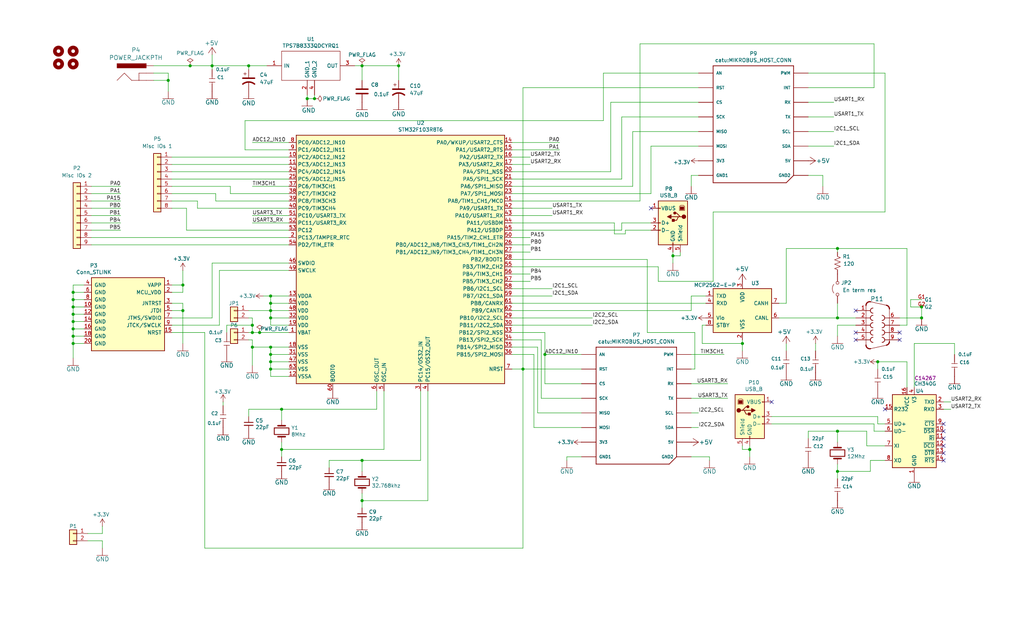
<source format=kicad_sch>
(kicad_sch (version 20231120) (generator "eeschema") (generator_version "8.0")
  (paper "USLegal")
  (title_block (title "STM32 Board") (date "2025-01-17") (rev "2") (company "Catudal Software"))
  (junction (at 58.42 27.94))
  (junction (at 63.5 107.95))
  (junction (at 97.79 142.24))
  (junction (at 106.68 34.29))
  (junction (at 93.98 105.41))
  (junction (at 93.98 102.87))
  (junction (at 290.83 110.49))
  (junction (at 25.4 119.38))
  (junction (at 125.73 22.86))
  (junction (at 86.36 22.86))
  (junction (at 189.23 123.19))
  (junction (at 290.83 86.36))
  (junction (at 87.63 113.03))
  (junction (at 90.17 115.57))
  (junction (at 25.4 106.68))
  (junction (at 93.98 110.49))
  (junction (at 257.81 119.38))
  (junction (at 233.68 88.9))
  (junction (at 290.83 149.86))
  (junction (at 125.73 173.99))
  (junction (at 63.5 99.06))
  (junction (at 66.04 22.86))
  (junction (at 109.22 34.29))
  (junction (at 73.66 22.86))
  (junction (at 138.43 22.86))
  (junction (at 25.4 114.3))
  (junction (at 93.98 107.95))
  (junction (at 125.73 160.02))
  (junction (at 304.8 125.73))
  (junction (at 181.61 128.27))
  (junction (at 260.35 156.21))
  (junction (at 87.63 120.65))
  (junction (at 25.4 111.76))
  (junction (at 97.79 156.21))
  (junction (at 93.98 125.73))
  (junction (at 320.04 106.68))
  (junction (at 93.98 120.65))
  (junction (at 320.04 110.49))
  (junction (at 25.4 104.14))
  (junction (at 93.98 128.27))
  (junction (at 87.63 115.57))
  (junction (at 290.83 163.83))
  (junction (at 25.4 101.6))
  (junction (at 25.4 109.22))
  (junction (at 25.4 116.84))
  (junction (at 93.98 123.19))
  (no_connect (at 312.42 115.57))
  (no_connect (at 327.66 147.32))
  (no_connect (at 297.18 118.11))
  (no_connect (at 226.06 72.39))
  (no_connect (at 297.18 115.57))
  (no_connect (at 297.18 107.95))
  (no_connect (at 327.66 154.94))
  (no_connect (at 327.66 149.86))
  (no_connect (at 327.66 160.02))
  (no_connect (at 307.34 142.24))
  (no_connect (at 267.97 139.7))
  (no_connect (at 327.66 152.4))
  (no_connect (at 312.42 118.11))
  (no_connect (at 327.66 157.48))
  (wire (pts (xy 247.65 97.79) (xy 247.65 73.66)))
  (wire (pts (xy 181.61 128.27) (xy 181.61 30.48)))
  (wire (pts (xy 100.33 125.73) (xy 93.98 125.73)))
  (wire (pts (xy 30.48 187.96) (xy 35.56 187.96)))
  (wire (pts (xy 260.35 156.21) (xy 260.35 158.75)))
  (wire (pts (xy 73.66 22.86) (xy 86.36 22.86)))
  (wire (pts (xy 187.96 138.43) (xy 201.93 138.43)))
  (wire (pts (xy 290.83 86.36) (xy 290.83 87.63)))
  (wire (pts (xy 63.5 105.41) (xy 63.5 107.95)))
  (wire (pts (xy 222.25 69.85) (xy 222.25 15.24)))
  (wire (pts (xy 280.67 60.96) (xy 285.75 60.96)))
  (wire (pts (xy 243.84 119.38) (xy 257.81 119.38)))
  (wire (pts (xy 290.83 163.83) (xy 302.26 163.83)))
  (wire (pts (xy 80.01 64.77) (xy 59.69 64.77)))
  (wire (pts (xy 317.5 119.38) (xy 331.47 119.38)))
  (wire (pts (xy 114.3 162.56) (xy 114.3 160.02)))
  (wire (pts (xy 87.63 118.11) (xy 87.63 120.65)))
  (wire (pts (xy 184.15 57.15) (xy 177.8 57.15)))
  (wire (pts (xy 260.35 154.94) (xy 260.35 156.21)))
  (wire (pts (xy 25.4 101.6) (xy 25.4 104.14)))
  (wire (pts (xy 217.17 81.28) (xy 217.17 80.01)))
  (wire (pts (xy 74.93 69.85) (xy 74.93 67.31)))
  (wire (pts (xy 177.8 90.17) (xy 224.79 90.17)))
  (wire (pts (xy 87.63 120.65) (xy 87.63 127)))
  (wire (pts (xy 314.96 125.73) (xy 314.96 134.62)))
  (wire (pts (xy 304.8 125.73) (xy 304.8 128.27)))
  (wire (pts (xy 240.03 128.27) (xy 241.3 128.27)))
  (wire (pts (xy 300.99 154.94) (xy 307.34 154.94)))
  (wire (pts (xy 240.03 60.96) (xy 240.03 64.77)))
  (wire (pts (xy 280.67 35.56) (xy 289.56 35.56)))
  (wire (pts (xy 242.57 60.96) (xy 240.03 60.96)))
  (wire (pts (xy 177.8 113.03) (xy 205.74 113.03)))
  (wire (pts (xy 312.42 113.03) (xy 314.96 113.03)))
  (wire (pts (xy 125.73 27.94) (xy 125.73 22.86)))
  (wire (pts (xy 283.21 119.38) (xy 283.21 121.92)))
  (wire (pts (xy 25.4 99.06) (xy 29.21 99.06)))
  (wire (pts (xy 270.51 110.49) (xy 290.83 110.49)))
  (wire (pts (xy 59.69 57.15) (xy 100.33 57.15)))
  (wire (pts (xy 177.8 102.87) (xy 191.77 102.87)))
  (wire (pts (xy 303.53 30.48) (xy 280.67 30.48)))
  (wire (pts (xy 76.2 113.03) (xy 76.2 93.98)))
  (wire (pts (xy 35.56 187.96) (xy 35.56 190.5)))
  (wire (pts (xy 86.36 144.78) (xy 86.36 142.24)))
  (wire (pts (xy 303.53 147.32) (xy 303.53 149.86)))
  (wire (pts (xy 59.69 113.03) (xy 76.2 113.03)))
  (wire (pts (xy 303.53 15.24) (xy 303.53 30.48)))
  (wire (pts (xy 177.8 128.27) (xy 181.61 128.27)))
  (wire (pts (xy 100.33 105.41) (xy 93.98 105.41)))
  (wire (pts (xy 109.22 34.29) (xy 109.22 33.02)))
  (wire (pts (xy 314.96 86.36) (xy 290.83 86.36)))
  (wire (pts (xy 212.09 35.56) (xy 242.57 35.56)))
  (wire (pts (xy 314.96 113.03) (xy 314.96 86.36)))
  (wire (pts (xy 290.83 86.36) (xy 273.05 86.36)))
  (wire (pts (xy 64.77 80.01) (xy 100.33 80.01)))
  (wire (pts (xy 267.97 144.78) (xy 304.8 144.78)))
  (wire (pts (xy 181.61 190.5) (xy 181.61 128.27)))
  (wire (pts (xy 73.66 91.44) (xy 100.33 91.44)))
  (wire (pts (xy 125.73 173.99) (xy 148.59 173.99)))
  (wire (pts (xy 177.8 49.53) (xy 194.31 49.53)))
  (wire (pts (xy 86.36 110.49) (xy 87.63 110.49)))
  (wire (pts (xy 273.05 86.36) (xy 273.05 105.41)))
  (wire (pts (xy 177.8 67.31) (xy 226.06 67.31)))
  (wire (pts (xy 53.34 27.94) (xy 58.42 27.94)))
  (wire (pts (xy 304.8 125.73) (xy 314.96 125.73)))
  (wire (pts (xy 233.68 87.63) (xy 233.68 88.9)))
  (wire (pts (xy 290.83 149.86) (xy 290.83 153.67)))
  (wire (pts (xy 86.36 22.86) (xy 92.71 22.86)))
  (wire (pts (xy 177.8 74.93) (xy 191.77 74.93)))
  (wire (pts (xy 93.98 110.49) (xy 93.98 113.03)))
  (wire (pts (xy 285.75 60.96) (xy 285.75 64.77)))
  (wire (pts (xy 125.73 176.53) (xy 125.73 173.99)))
  (wire (pts (xy 93.98 130.81) (xy 93.98 128.27)))
  (wire (pts (xy 29.21 116.84) (xy 25.4 116.84)))
  (wire (pts (xy 189.23 115.57) (xy 189.23 123.19)))
  (wire (pts (xy 93.98 123.19) (xy 93.98 120.65)))
  (wire (pts (xy 29.21 111.76) (xy 25.4 111.76)))
  (wire (pts (xy 93.98 105.41) (xy 93.98 102.87)))
  (wire (pts (xy 240.03 138.43) (xy 252.73 138.43)))
  (wire (pts (xy 257.81 119.38) (xy 257.81 121.92)))
  (wire (pts (xy 97.79 158.75) (xy 97.79 156.21)))
  (wire (pts (xy 63.5 107.95) (xy 59.69 107.95)))
  (wire (pts (xy 58.42 27.94) (xy 58.42 31.75)))
  (wire (pts (xy 196.85 158.75) (xy 196.85 160.02)))
  (wire (pts (xy 63.5 107.95) (xy 63.5 119.38)))
  (wire (pts (xy 273.05 105.41) (xy 270.51 105.41)))
  (wire (pts (xy 243.84 113.03) (xy 243.84 119.38)))
  (wire (pts (xy 181.61 128.27) (xy 201.93 128.27)))
  (wire (pts (xy 215.9 62.23) (xy 215.9 40.64)))
  (wire (pts (xy 25.4 109.22) (xy 25.4 111.76)))
  (wire (pts (xy 59.69 62.23) (xy 100.33 62.23)))
  (wire (pts (xy 304.8 147.32) (xy 307.34 147.32)))
  (wire (pts (xy 280.67 50.8) (xy 289.56 50.8)))
  (wire (pts (xy 177.8 52.07) (xy 194.31 52.07)))
  (wire (pts (xy 209.55 25.4) (xy 242.57 25.4)))
  (wire (pts (xy 41.91 80.01) (xy 31.75 80.01)))
  (wire (pts (xy 185.42 148.59) (xy 201.93 148.59)))
  (wire (pts (xy 93.98 125.73) (xy 93.98 128.27)))
  (wire (pts (xy 184.15 95.25) (xy 177.8 95.25)))
  (wire (pts (xy 327.66 139.7) (xy 330.2 139.7)))
  (wire (pts (xy 53.34 25.4) (xy 58.42 25.4)))
  (wire (pts (xy 114.3 160.02) (xy 125.73 160.02)))
  (wire (pts (xy 280.67 45.72) (xy 289.56 45.72)))
  (wire (pts (xy 201.93 123.19) (xy 189.23 123.19)))
  (wire (pts (xy 87.63 113.03) (xy 87.63 115.57)))
  (wire (pts (xy 100.33 49.53) (xy 87.63 49.53)))
  (wire (pts (xy 74.93 69.85) (xy 100.33 69.85)))
  (wire (pts (xy 41.91 64.77) (xy 31.75 64.77)))
  (wire (pts (xy 236.22 88.9) (xy 233.68 88.9)))
  (wire (pts (xy 280.67 40.64) (xy 289.56 40.64)))
  (wire (pts (xy 100.33 54.61) (xy 59.69 54.61)))
  (wire (pts (xy 317.5 119.38) (xy 317.5 134.62)))
  (wire (pts (xy 215.9 77.47) (xy 226.06 77.47)))
  (wire (pts (xy 31.75 82.55) (xy 100.33 82.55)))
  (wire (pts (xy 30.48 185.42) (xy 35.56 185.42)))
  (wire (pts (xy 320.04 106.68) (xy 320.04 110.49)))
  (wire (pts (xy 177.8 100.33) (xy 191.77 100.33)))
  (wire (pts (xy 100.33 110.49) (xy 93.98 110.49)))
  (wire (pts (xy 312.42 110.49) (xy 320.04 110.49)))
  (wire (pts (xy 290.83 113.03) (xy 297.18 113.03)))
  (wire (pts (xy 78.74 115.57) (xy 78.74 113.03)))
  (wire (pts (xy 233.68 88.9) (xy 233.68 91.44)))
  (wire (pts (xy 97.79 153.67) (xy 97.79 156.21)))
  (wire (pts (xy 100.33 102.87) (xy 93.98 102.87)))
  (wire (pts (xy 290.83 149.86) (xy 300.99 149.86)))
  (wire (pts (xy 63.5 99.06) (xy 63.5 101.6)))
  (wire (pts (xy 86.36 142.24) (xy 97.79 142.24)))
  (wire (pts (xy 78.74 113.03) (xy 87.63 113.03)))
  (wire (pts (xy 303.53 149.86) (xy 307.34 149.86)))
  (wire (pts (xy 331.47 123.19) (xy 331.47 119.38)))
  (wire (pts (xy 64.77 72.39) (xy 59.69 72.39)))
  (wire (pts (xy 125.73 171.45) (xy 125.73 173.99)))
  (wire (pts (xy 240.03 158.75) (xy 246.38 158.75)))
  (wire (pts (xy 226.06 50.8) (xy 242.57 50.8)))
  (wire (pts (xy 93.98 113.03) (xy 100.33 113.03)))
  (wire (pts (xy 125.73 160.02) (xy 125.73 163.83)))
  (wire (pts (xy 177.8 105.41) (xy 245.11 105.41)))
  (wire (pts (xy 59.69 99.06) (xy 63.5 99.06)))
  (wire (pts (xy 86.36 118.11) (xy 87.63 118.11)))
  (wire (pts (xy 91.44 102.87) (xy 93.98 102.87)))
  (wire (pts (xy 41.91 67.31) (xy 31.75 67.31)))
  (wire (pts (xy 177.8 72.39) (xy 191.77 72.39)))
  (wire (pts (xy 215.9 40.64) (xy 242.57 40.64)))
  (wire (pts (xy 236.22 87.63) (xy 236.22 88.9)))
  (wire (pts (xy 59.69 59.69) (xy 100.33 59.69)))
  (wire (pts (xy 64.77 80.01) (xy 64.77 72.39)))
  (wire (pts (xy 290.83 166.37) (xy 290.83 163.83)))
  (wire (pts (xy 100.33 74.93) (xy 87.63 74.93)))
  (wire (pts (xy 100.33 107.95) (xy 93.98 107.95)))
  (wire (pts (xy 280.67 149.86) (xy 290.83 149.86)))
  (wire (pts (xy 215.9 80.01) (xy 215.9 77.47)))
  (wire (pts (xy 25.4 116.84) (xy 25.4 119.38)))
  (wire (pts (xy 240.03 143.51) (xy 242.57 143.51)))
  (wire (pts (xy 86.36 115.57) (xy 87.63 115.57)))
  (wire (pts (xy 316.23 106.68) (xy 320.04 106.68)))
  (wire (pts (xy 58.42 25.4) (xy 58.42 27.94)))
  (wire (pts (xy 100.33 85.09) (xy 31.75 85.09)))
  (wire (pts (xy 240.03 148.59) (xy 242.57 148.59)))
  (wire (pts (xy 73.66 19.05) (xy 73.66 22.86)))
  (wire (pts (xy 106.68 34.29) (xy 109.22 34.29)))
  (wire (pts (xy 59.69 115.57) (xy 71.12 115.57)))
  (wire (pts (xy 73.66 110.49) (xy 73.66 91.44)))
  (wire (pts (xy 177.8 62.23) (xy 215.9 62.23)))
  (wire (pts (xy 100.33 52.07) (xy 85.09 52.07)))
  (wire (pts (xy 257.81 154.94) (xy 257.81 156.21)))
  (wire (pts (xy 189.23 123.19) (xy 189.23 133.35)))
  (wire (pts (xy 186.69 120.65) (xy 186.69 143.51)))
  (wire (pts (xy 177.8 123.19) (xy 185.42 123.19)))
  (wire (pts (xy 247.65 73.66) (xy 307.34 73.66)))
  (wire (pts (xy 177.8 64.77) (xy 219.71 64.77)))
  (wire (pts (xy 100.33 67.31) (xy 80.01 67.31)))
  (wire (pts (xy 290.83 113.03) (xy 290.83 116.84)))
  (wire (pts (xy 320.04 104.14) (xy 316.23 104.14)))
  (wire (pts (xy 87.63 110.49) (xy 87.63 113.03)))
  (wire (pts (xy 53.34 22.86) (xy 66.04 22.86)))
  (wire (pts (xy 222.25 15.24) (xy 303.53 15.24)))
  (wire (pts (xy 35.56 185.42) (xy 35.56 182.88)))
  (wire (pts (xy 240.03 107.95) (xy 240.03 102.87)))
  (wire (pts (xy 177.8 118.11) (xy 187.96 118.11)))
  (wire (pts (xy 85.09 52.07) (xy 85.09 41.91)))
  (wire (pts (xy 177.8 92.71) (xy 228.6 92.71)))
  (wire (pts (xy 29.21 101.6) (xy 25.4 101.6)))
  (wire (pts (xy 90.17 115.57) (xy 100.33 115.57)))
  (wire (pts (xy 41.91 77.47) (xy 31.75 77.47)))
  (wire (pts (xy 41.91 69.85) (xy 31.75 69.85)))
  (wire (pts (xy 226.06 67.31) (xy 226.06 50.8)))
  (wire (pts (xy 177.8 59.69) (xy 212.09 59.69)))
  (wire (pts (xy 228.6 92.71) (xy 228.6 97.79)))
  (wire (pts (xy 25.4 111.76) (xy 25.4 114.3)))
  (wire (pts (xy 93.98 105.41) (xy 93.98 107.95)))
  (wire (pts (xy 71.12 190.5) (xy 181.61 190.5)))
  (wire (pts (xy 63.5 101.6) (xy 59.69 101.6)))
  (wire (pts (xy 41.91 74.93) (xy 31.75 74.93)))
  (wire (pts (xy 228.6 97.79) (xy 247.65 97.79)))
  (wire (pts (xy 59.69 105.41) (xy 63.5 105.41)))
  (wire (pts (xy 59.69 110.49) (xy 73.66 110.49)))
  (wire (pts (xy 185.42 123.19) (xy 185.42 148.59)))
  (wire (pts (xy 181.61 30.48) (xy 242.57 30.48)))
  (wire (pts (xy 177.8 80.01) (xy 215.9 80.01)))
  (wire (pts (xy 97.79 142.24) (xy 130.81 142.24)))
  (wire (pts (xy 219.71 64.77) (xy 219.71 45.72)))
  (wire (pts (xy 184.15 87.63) (xy 177.8 87.63)))
  (wire (pts (xy 300.99 149.86) (xy 300.99 154.94)))
  (wire (pts (xy 201.93 158.75) (xy 196.85 158.75)))
  (wire (pts (xy 280.67 152.4) (xy 280.67 149.86)))
  (wire (pts (xy 68.58 72.39) (xy 68.58 69.85)))
  (wire (pts (xy 186.69 143.51) (xy 201.93 143.51)))
  (wire (pts (xy 93.98 120.65) (xy 87.63 120.65)))
  (wire (pts (xy 307.34 25.4) (xy 280.67 25.4)))
  (wire (pts (xy 63.5 99.06) (xy 63.5 93.98)))
  (wire (pts (xy 184.15 54.61) (xy 177.8 54.61)))
  (wire (pts (xy 29.21 119.38) (xy 25.4 119.38)))
  (wire (pts (xy 25.4 99.06) (xy 25.4 101.6)))
  (wire (pts (xy 93.98 107.95) (xy 93.98 110.49)))
  (wire (pts (xy 217.17 80.01) (xy 226.06 80.01)))
  (wire (pts (xy 246.38 158.75) (xy 246.38 160.02)))
  (wire (pts (xy 177.8 69.85) (xy 222.25 69.85)))
  (wire (pts (xy 86.36 107.95) (xy 93.98 107.95)))
  (wire (pts (xy 267.97 147.32) (xy 303.53 147.32)))
  (wire (pts (xy 97.79 142.24) (xy 97.79 146.05)))
  (wire (pts (xy 125.73 22.86) (xy 138.43 22.86)))
  (wire (pts (xy 123.19 22.86) (xy 125.73 22.86)))
  (wire (pts (xy 219.71 45.72) (xy 242.57 45.72)))
  (wire (pts (xy 100.33 128.27) (xy 93.98 128.27)))
  (wire (pts (xy 97.79 156.21) (xy 133.35 156.21)))
  (wire (pts (xy 177.8 77.47) (xy 213.36 77.47)))
  (wire (pts (xy 240.03 133.35) (xy 252.73 133.35)))
  (wire (pts (xy 304.8 144.78) (xy 304.8 147.32)))
  (wire (pts (xy 209.55 41.91) (xy 209.55 25.4)))
  (wire (pts (xy 25.4 114.3) (xy 25.4 116.84)))
  (wire (pts (xy 76.2 93.98) (xy 100.33 93.98)))
  (wire (pts (xy 189.23 133.35) (xy 201.93 133.35)))
  (wire (pts (xy 71.12 115.57) (xy 71.12 190.5)))
  (wire (pts (xy 177.8 82.55) (xy 184.15 82.55)))
  (wire (pts (xy 240.03 102.87) (xy 245.11 102.87)))
  (wire (pts (xy 100.33 130.81) (xy 93.98 130.81)))
  (wire (pts (xy 130.81 142.24) (xy 130.81 135.89)))
  (wire (pts (xy 177.8 115.57) (xy 189.23 115.57)))
  (wire (pts (xy 80.01 67.31) (xy 80.01 64.77)))
  (wire (pts (xy 307.34 73.66) (xy 307.34 25.4)))
  (wire (pts (xy 100.33 123.19) (xy 93.98 123.19)))
  (wire (pts (xy 184.15 85.09) (xy 177.8 85.09)))
  (wire (pts (xy 241.3 128.27) (xy 241.3 115.57)))
  (wire (pts (xy 290.83 161.29) (xy 290.83 163.83)))
  (wire (pts (xy 133.35 156.21) (xy 133.35 135.89)))
  (wire (pts (xy 297.18 110.49) (xy 290.83 110.49)))
  (wire (pts (xy 257.81 156.21) (xy 260.35 156.21)))
  (wire (pts (xy 25.4 106.68) (xy 25.4 109.22)))
  (wire (pts (xy 213.36 81.28) (xy 217.17 81.28)))
  (wire (pts (xy 106.68 33.02) (xy 106.68 34.29)))
  (wire (pts (xy 187.96 118.11) (xy 187.96 138.43)))
  (wire (pts (xy 177.8 107.95) (xy 240.03 107.95)))
  (wire (pts (xy 302.26 160.02) (xy 307.34 160.02)))
  (wire (pts (xy 327.66 142.24) (xy 330.2 142.24)))
  (wire (pts (xy 148.59 173.99) (xy 148.59 135.89)))
  (wire (pts (xy 73.66 22.86) (xy 73.66 24.13)))
  (wire (pts (xy 77.47 140.97) (xy 77.47 139.7)))
  (wire (pts (xy 213.36 77.47) (xy 213.36 81.28)))
  (wire (pts (xy 177.8 110.49) (xy 205.74 110.49)))
  (wire (pts (xy 29.21 109.22) (xy 25.4 109.22)))
  (wire (pts (xy 240.03 123.19) (xy 251.46 123.19)))
  (wire (pts (xy 125.73 160.02) (xy 146.05 160.02)))
  (wire (pts (xy 316.23 104.14) (xy 316.23 106.68)))
  (wire (pts (xy 68.58 72.39) (xy 100.33 72.39)))
  (wire (pts (xy 184.15 97.79) (xy 177.8 97.79)))
  (wire (pts (xy 100.33 64.77) (xy 87.63 64.77)))
  (wire (pts (xy 290.83 105.41) (xy 290.83 110.49)))
  (wire (pts (xy 257.81 118.11) (xy 257.81 119.38)))
  (wire (pts (xy 29.21 104.14) (xy 25.4 104.14)))
  (wire (pts (xy 68.58 69.85) (xy 59.69 69.85)))
  (wire (pts (xy 87.63 115.57) (xy 90.17 115.57)))
  (wire (pts (xy 74.93 67.31) (xy 59.69 67.31)))
  (wire (pts (xy 93.98 120.65) (xy 100.33 120.65)))
  (wire (pts (xy 93.98 123.19) (xy 93.98 125.73)))
  (wire (pts (xy 177.8 120.65) (xy 186.69 120.65)))
  (wire (pts (xy 100.33 77.47) (xy 87.63 77.47)))
  (wire (pts (xy 273.05 119.38) (xy 273.05 121.92)))
  (wire (pts (xy 29.21 114.3) (xy 25.4 114.3)))
  (wire (pts (xy 66.04 22.86) (xy 73.66 22.86)))
  (wire (pts (xy 224.79 115.57) (xy 224.79 90.17)))
  (wire (pts (xy 41.91 72.39) (xy 31.75 72.39)))
  (wire (pts (xy 241.3 115.57) (xy 224.79 115.57)))
  (wire (pts (xy 146.05 160.02) (xy 146.05 135.89)))
  (wire (pts (xy 302.26 163.83) (xy 302.26 160.02)))
  (wire (pts (xy 245.11 113.03) (xy 243.84 113.03)))
  (wire (pts (xy 25.4 119.38) (xy 25.4 124.46)))
  (wire (pts (xy 25.4 104.14) (xy 25.4 106.68)))
  (wire (pts (xy 86.36 22.86) (xy 86.36 24.13)))
  (wire (pts (xy 29.21 106.68) (xy 25.4 106.68)))
  (wire (pts (xy 138.43 27.94) (xy 138.43 22.86)))
  (wire (pts (xy 85.09 41.91) (xy 209.55 41.91)))
  (wire (pts (xy 212.09 59.69) (xy 212.09 35.56)))
  (label "PA0" (at 41.91 64.77 180))
  (label "TIM3CH1" (at 251.46 123.19 180))
  (label "USART3_TX" (at 87.63 74.93 0))
  (label "USART1_RX" (at 191.77 74.93 0))
  (label "USART1_RX" (at 289.56 35.56 0))
  (label "ADC12_IN10" (at 189.23 123.19 0))
  (label "I2C2_SDA" (at 205.74 113.03 0))
  (label "PA0" (at 194.31 49.53 180))
  (label "USART1_TX" (at 191.77 72.39 0))
  (label "PA1" (at 194.31 52.07 180))
  (label "USART3_RX" (at 252.73 133.35 180))
  (label "I2C2_SCL" (at 205.74 110.49 0))
  (label "PB1" (at 184.15 87.63 0))
  (label "I2C1_SCL" (at 191.77 100.33 0))
  (label "USART1_TX" (at 289.56 40.64 0))
  (label "PB4" (at 41.91 77.47 180))
  (label "PB4" (at 184.15 95.25 0))
  (label "PB5" (at 184.15 97.79 0))
  (label "USART2_TX" (at 330.2 142.24 0))
  (label "ADC12_IN10" (at 87.63 49.53 0))
  (label "PA15" (at 184.15 82.55 0))
  (label "USART2_TX" (at 184.15 54.61 0))
  (label "I2C1_SCL" (at 289.56 45.72 0))
  (label "PB1" (at 41.91 74.93 180))
  (label "USART2_RX" (at 184.15 57.15 0))
  (label "I2C1_SDA" (at 191.77 102.87 0))
  (label "PB0" (at 41.91 72.39 180))
  (label "USART2_RX" (at 330.2 139.7 0))
  (label "PA15" (at 41.91 69.85 180))
  (label "USART3_RX" (at 87.63 77.47 0))
  (label "I2C2_SDA" (at 242.57 148.59 0))
  (label "PB5" (at 41.91 80.01 180))
  (label "I2C1_SDA" (at 289.56 50.8 0))
  (label "PB0" (at 184.15 85.09 0))
  (label "I2C2_SCL" (at 242.57 143.51 0))
  (label "TIM3CH1" (at 87.63 64.77 0))
  (label "PA1" (at 41.91 67.31 180))
  (label "USART3_TX" (at 252.73 138.43 180))
  (symbol (lib_id "Interface_USB:CH340G") (at 317.5 149.86 0) (unit 1)
    (property "Reference" "U4" (at 319.405 135.89 0))
    (property "Value" "CH340G" (at 321.31 133.35 0))
    (property "Footprint" "Package_SO:SOIC-16_3.9x9.9mm_P1.27mm" (effects (hide yes)))
    (property "Datasheet" "http://www.datasheet5.com/pdf-local-2195953" (effects (hide yes)))
    (property "Description" "USB serial converter, UART, SOIC-16" (effects (hide yes)))
    (property "LCSC" "C14267" (at 321.31 131.445 0))
  )
  (symbol (lib_id "Device:Crystal") (at 290.83 157.48 90) (unit 1)
    (property "Reference" "Y3" (at 294.1574 156.3116 90) (effects (justify right)))
    (property "Value" "12Mhz" (at 294.1574 158.623 90) (effects (justify right)))
    (property "Footprint" "Crystal:Crystal_HC49-4H_Vertical" (effects (hide yes)))
    (property "Description" "Two pin crystal" (effects (hide yes)))
  )
  (symbol (lib_id "OPL_Capacitor:CERAMIC-100NF-50V-10%-X7R_0603_") (at 280.67 156.21 270) (unit 1)
    (property "Reference" "C12" (at 282.3972 155.1432 90) (effects (font (size 1.143 1.143)) (justify left)))
    (property "Value" "22pF" (at 281.94 152.4 90) (effects (font (size 1.143 1.143)) (justify left)))
    (property "Footprint" "Capacitor_SMD:C_0805_2012Metric_Pad1.18x1.45mm_HandSolder" (effects (hide yes)))
    (property "MPN" "CC0603KRX7R9BB104" (effects (hide yes)))
    (property "SKU" "302010138" (effects (hide yes)))
    (property "LCSC" "C1562" (effects (hide yes)))
  )
  (symbol (lib_id "OPL_Capacitor:CERAMIC-100NF-50V-10%-X7R_0603_") (at 290.83 170.18 270) (unit 1)
    (property "Reference" "C14" (at 292.5572 169.1132 90) (effects (font (size 1.143 1.143)) (justify left)))
    (property "Value" "22pF" (at 292.1 166.37 90) (effects (font (size 1.143 1.143)) (justify left)))
    (property "Footprint" "Capacitor_SMD:C_0805_2012Metric_Pad1.18x1.45mm_HandSolder" (effects (hide yes)))
    (property "MPN" "CC0603KRX7R9BB104" (effects (hide yes)))
    (property "SKU" "302010138" (effects (hide yes)))
    (property "LCSC" "C1562" (effects (hide yes)))
  )
  (symbol (lib_id "OPL_Capacitor:CERAMIC-100NF-50V-10%-X7R_0603_") (at 304.8 132.08 270) (unit 1)
    (property "Reference" "C15" (at 306.5272 131.0132 90) (effects (font (size 1.143 1.143)) (justify left)))
    (property "Value" "0.1uF" (at 306.07 128.27 90) (effects (font (size 1.143 1.143)) (justify left)))
    (property "Footprint" "Capacitor_SMD:C_0805_2012Metric_Pad1.18x1.45mm_HandSolder" (effects (hide yes)))
    (property "MPN" "CC0603KRX7R9BB104" (effects (hide yes)))
    (property "SKU" "302010138" (effects (hide yes)))
    (property "LCSC" "C14663" (effects (hide yes)))
  )
  (symbol (lib_id "Connector_Generic:Conn_01x02") (at 81.28 115.57 0) (mirror y) (unit 1)
    (property "Reference" "P6" (at 81.28 113.03 0))
    (property "Value" "Battery" (effects (hide yes)))
    (property "Footprint" "Connector_PinSocket_1.27mm:PinSocket_1x02_P1.27mm_Vertical_SMD_Pin1Left" (effects (hide yes)))
    (property "Description" "Generic connector, single row, 01x02, script generated (kicad-library-utils/schlib/autogen/connector/)" (effects (hide yes)))
  )
  (symbol (lib_id "catu:STM32F103R8T6") (at 139.7 90.17 0) (unit 1)
    (property "Reference" "U2" (at 146.05 42.7482 0))
    (property "Value" "STM32F103R8T6" (at 146.05 45.0596 0))
    (property "Footprint" "Package_QFP:LQFP-64_10x10mm_P0.5mm" (effects (hide yes)))
    (property "Datasheet" "http://www.st.com/st-web-ui/static/active/en/resource/technical/document/datasheet/CD00161566.pdf" (effects (hide yes)))
    (property "Description" "ARM Cortex-M3 MCU, 64KB flash, 20KB RAM, 72MHz, 2-3.6V, 51 GPIO, LQFP-64" (effects (hide yes)))
    (property "LCSC" "C46034" (effects (hide yes)))
  )
  (symbol (lib_id "catu:USB_B") (at 260.35 144.78 0) (unit 1)
    (property "Reference" "P10" (at 261.7978 132.9182 0))
    (property "Value" "USB_B" (at 261.7978 135.2296 0))
    (property "Footprint" "Connector_USB:USB_B_OST_USB-B1HSxx_Horizontal" (effects (hide yes)))
    (property "Description" "USB Type B connector" (effects (hide yes)))
  )
  (symbol (lib_id "catu:GND") (at 260.35 161.29 0) (unit 1)
    (property "Reference" "#GND0111" (effects (hide yes)))
    (property "Value" "GND" (at 260.35 162.56 0) (effects (font (size 1.4986 1.4986))))
  )
  (symbol (lib_id "catu:GND") (at 290.83 176.53 0) (unit 1)
    (property "Reference" "#GND0109" (effects (hide yes)))
    (property "Value" "GND" (at 290.83 177.8 0) (effects (font (size 1.4986 1.4986))))
  )
  (symbol (lib_id "catu:GND") (at 115.57 138.43 0) (mirror y) (unit 1)
    (property "Reference" "#GND0105" (effects (hide yes)))
    (property "Value" "GND" (at 115.57 139.7 0) (effects (font (size 1.4986 1.4986))))
  )
  (symbol (lib_id "jlcpcb-basic-mlcc-0603:20pF") (at 86.36 147.32 0) (unit 1)
    (property "Reference" "C5" (at 88.6968 146.1516 0) (effects (justify left)))
    (property "Value" "22pF" (at 88.6968 148.463 0) (effects (justify left)))
    (property "Footprint" "Capacitor_SMD:C_0805_2012Metric_Pad1.18x1.45mm_HandSolder" (effects (hide yes)))
    (property "Datasheet" "https://datasheet.lcsc.com/szlcsc/Samsung-Electro-Mechanics-CL10C200JB8NNNC_C1648.pdf" (effects (hide yes)))
    (property "Description" "20pF 50V 0603 RoHS" (effects (hide yes)))
    (property "LCSC" "C1648" (effects (hide yes)))
  )
  (symbol (lib_id "jlcpcb-basic-mlcc-0603:20pF") (at 97.79 161.29 0) (unit 1)
    (property "Reference" "C6" (at 100.1268 160.1216 0) (effects (justify left)))
    (property "Value" "22pF" (at 100.1268 162.433 0) (effects (justify left)))
    (property "Footprint" "Capacitor_SMD:C_0805_2012Metric_Pad1.18x1.45mm_HandSolder" (effects (hide yes)))
    (property "Datasheet" "https://datasheet.lcsc.com/szlcsc/Samsung-Electro-Mechanics-CL10C200JB8NNNC_C1648.pdf" (effects (hide yes)))
    (property "Description" "20pF 50V 0603 RoHS" (effects (hide yes)))
    (property "LCSC" "C1648" (effects (hide yes)))
  )
  (symbol (lib_id "jlcpcb-basic-mlcc-0603:20pF") (at 114.3 165.1 0) (unit 1)
    (property "Reference" "C7" (at 116.6368 163.9316 0) (effects (justify left)))
    (property "Value" "22pF" (at 116.6368 166.243 0) (effects (justify left)))
    (property "Footprint" "Capacitor_SMD:C_0805_2012Metric_Pad1.18x1.45mm_HandSolder" (effects (hide yes)))
    (property "Datasheet" "https://datasheet.lcsc.com/szlcsc/Samsung-Electro-Mechanics-CL10C200JB8NNNC_C1648.pdf" (effects (hide yes)))
    (property "Description" "20pF 50V 0603 RoHS" (effects (hide yes)))
    (property "LCSC" "C1648" (effects (hide yes)))
  )
  (symbol (lib_id "jlcpcb-basic-mlcc-0603:20pF") (at 125.73 179.07 0) (unit 1)
    (property "Reference" "C9" (at 128.0668 177.9016 0) (effects (justify left)))
    (property "Value" "22pF" (at 128.0668 180.213 0) (effects (justify left)))
    (property "Footprint" "Capacitor_SMD:C_0805_2012Metric_Pad1.18x1.45mm_HandSolder" (effects (hide yes)))
    (property "Datasheet" "https://datasheet.lcsc.com/szlcsc/Samsung-Electro-Mechanics-CL10C200JB8NNNC_C1648.pdf" (effects (hide yes)))
    (property "Description" "20pF 50V 0603 RoHS" (effects (hide yes)))
    (property "LCSC" "C1648" (effects (hide yes)))
  )
  (symbol (lib_id "Mechanical:MountingHole") (at 20.32 17.78 0) (unit 1)
    (property "Reference" "H1" (effects (hide yes)))
    (property "Value" "MountingHole" (effects (hide yes)))
    (property "Footprint" "MountingHole:MountingHole_2.7mm_M2.5_DIN965_Pad" (effects (hide yes)))
    (property "Description" "Mounting Hole without connection" (effects (hide yes)))
  )
  (symbol (lib_id "Mechanical:MountingHole") (at 25.4 17.78 0) (unit 1)
    (property "Reference" "H3" (effects (hide yes)))
    (property "Value" "MountingHole" (effects (hide yes)))
    (property "Footprint" "MountingHole:MountingHole_2.7mm_M2.5_DIN965_Pad" (effects (hide yes)))
    (property "Description" "Mounting Hole without connection" (effects (hide yes)))
  )
  (symbol (lib_id "Mechanical:MountingHole") (at 20.32 22.225 0) (unit 1)
    (property "Reference" "H2" (effects (hide yes)))
    (property "Value" "MountingHole" (effects (hide yes)))
    (property "Footprint" "MountingHole:MountingHole_2.7mm_M2.5_DIN965_Pad" (effects (hide yes)))
    (property "Description" "Mounting Hole without connection" (effects (hide yes)))
  )
  (symbol (lib_id "Mechanical:MountingHole") (at 25.4 22.225 0) (unit 1)
    (property "Reference" "H4" (effects (hide yes)))
    (property "Value" "MountingHole" (effects (hide yes)))
    (property "Footprint" "MountingHole:MountingHole_2.7mm_M2.5_DIN965_Pad" (effects (hide yes)))
    (property "Description" "Mounting Hole without connection" (effects (hide yes)))
  )
  (symbol (lib_id "Connector_Generic:Conn_01x02") (at 81.28 107.95 0) (mirror y) (unit 1)
    (property "Reference" "JP1" (at 81.28 105.41 0))
    (property "Value" "+3.3 V on battery" (effects (hide yes)))
    (property "Footprint" "Connector_PinHeader_2.54mm:PinHeader_1x02_P2.54mm_Vertical" (effects (hide yes)))
    (property "Description" "Generic connector, single row, 01x02, script generated (kicad-library-utils/schlib/autogen/connector/)" (effects (hide yes)))
  )
  (symbol (lib_id "Interface_CAN_LIN:MCP2562-E-P") (at 257.81 107.95 0) (unit 1)
    (property "Reference" "U3" (at 262.255 98.425 0))
    (property "Value" "MCP2562-E-P" (at 248.285 99.06 0))
    (property "Footprint" "Package_DIP:DIP-8_W7.62mm" (effects (hide yes)))
    (property "Datasheet" "http://ww1.microchip.com/downloads/en/DeviceDoc/25167A.pdf" (effects (hide yes)))
    (property "Description" "High-Speed CAN Transceiver, 1Mbps, 5V supply, Vio pin, -40C to +125C, DIP-8" (effects (hide yes)))
  )
  (symbol (lib_id "power:PWR_FLAG") (at 90.17 115.57 0) (unit 1)
    (property "Reference" "#FLG0103" (effects (hide yes)))
    (property "Value" "PWR_FLAG" (at 95.25 114.3 0))
    (property "Description" "Special symbol for telling ERC where power comes from" (effects (hide yes)))
  )
  (symbol (lib_id "catu:GND") (at 280.67 162.56 0) (unit 1)
    (property "Reference" "#GND0110" (effects (hide yes)))
    (property "Value" "GND" (at 280.67 163.83 0) (effects (font (size 1.4986 1.4986))))
  )
  (symbol (lib_id "catu:USB_B") (at 233.68 77.47 0) (mirror y) (unit 1)
    (property "Reference" "P8" (at 232.2322 65.6082 0))
    (property "Value" "USB_B" (at 232.2322 67.9196 0))
    (property "Footprint" "Connector_USB:USB_B_OST_USB-B1HSxx_Horizontal" (effects (hide yes)))
    (property "Description" "USB Type B connector" (effects (hide yes)))
  )
  (symbol (lib_id "catu:Conn_STLINK") (at 45.72 109.22 0) (mirror y) (unit 1)
    (property "Reference" "P3" (at 32.5628 92.2782 0))
    (property "Value" "Conn_STLINK" (at 32.5628 94.5896 0))
    (property "Footprint" "Connector_IDC:IDC-Header_2x10_P2.54mm_Vertical" (effects (hide yes)))
    (property "Datasheet" "http://infocenter.arm.com/help/topic/com.arm.doc.dui0499b/DUI0499B_system_design_reference.pdf" (effects (hide yes)))
    (property "Description" "Standard IDC20 Male Connector, legacy JTAG" (effects (hide yes)))
  )
  (symbol (lib_id "OPL_Capacitor:CERAMIC-100NF-50V-10%-X7R_0603_") (at 331.47 127 270) (unit 1)
    (property "Reference" "C16" (at 333.1972 125.9332 90) (effects (font (size 1.143 1.143)) (justify left)))
    (property "Value" "0.1uF" (at 332.74 123.19 90) (effects (font (size 1.143 1.143)) (justify left)))
    (property "Footprint" "Capacitor_SMD:C_0805_2012Metric_Pad1.18x1.45mm_HandSolder" (effects (hide yes)))
    (property "MPN" "CC0603KRX7R9BB104" (effects (hide yes)))
    (property "SKU" "302010138" (effects (hide yes)))
    (property "LCSC" "C14663" (effects (hide yes)))
  )
  (symbol (lib_id "catu:GND") (at 317.5 167.64 0) (unit 1)
    (property "Reference" "#GND0119" (effects (hide yes)))
    (property "Value" "GND" (at 317.5 168.91 0) (effects (font (size 1.4986 1.4986))))
  )
  (symbol (lib_id "catu:GND") (at 304.8 138.43 0) (unit 1)
    (property "Reference" "#GND0108" (effects (hide yes)))
    (property "Value" "GND" (at 304.8 139.7 0) (effects (font (size 1.4986 1.4986))))
  )
  (symbol (lib_id "catu:GND") (at 331.47 133.35 0) (unit 1)
    (property "Reference" "#GND0121" (effects (hide yes)))
    (property "Value" "GND" (at 331.47 134.62 0) (effects (font (size 1.4986 1.4986))))
  )
  (symbol (lib_id "catu:+5V") (at 257.81 95.25 0) (unit 1)
    (property "Reference" "#P+0103" (effects (hide yes)))
    (property "Value" "+5V" (at 257.556 93.472 0) (effects (font (size 1.4986 1.4986))))
  )
  (symbol (lib_id "catu:GND") (at 25.4 127 0) (unit 1)
    (property "Reference" "#GND0123" (effects (hide yes)))
    (property "Value" "GND" (at 25.4 128.27 0) (effects (font (size 1.4986 1.4986))))
  )
  (symbol (lib_id "catu:POWER_JACKPTH") (at 50.8 30.48 0) (unit 1)
    (property "Reference" "P4" (at 47.1932 17.3736 0) (effects (font (size 1.4986 1.4986))))
    (property "Value" "POWER_JACKPTH" (at 47.1932 20.0406 0) (effects (font (size 1.4986 1.4986))))
    (property "Footprint" "catu:POWER_JACK_PTH" (effects (hide yes)))
  )
  (symbol (lib_id "catu:+5V") (at 73.66 16.51 0) (unit 1)
    (property "Reference" "#P+0102" (effects (hide yes)))
    (property "Value" "+5V" (at 73.406 14.986 0) (effects (font (size 1.4986 1.4986))))
  )
  (symbol (lib_id "catu:GND") (at 58.42 34.29 0) (unit 1)
    (property "Reference" "#GND0133" (effects (hide yes)))
    (property "Value" "GND" (at 58.42 35.56 0) (effects (font (size 1.4986 1.4986))))
  )
  (symbol (lib_id "catu:GND") (at 73.66 34.29 0) (unit 1)
    (property "Reference" "#GND0129" (effects (hide yes)))
    (property "Value" "GND" (at 73.66 35.56 0) (effects (font (size 1.4986 1.4986))))
  )
  (symbol (lib_id "catu:GND") (at 257.81 124.46 0) (unit 1)
    (property "Reference" "#GND0113" (effects (hide yes)))
    (property "Value" "GND" (at 257.81 125.73 0) (effects (font (size 1.4986 1.4986))))
  )
  (symbol (lib_id "catu:GND") (at 63.5 121.92 0) (unit 1)
    (property "Reference" "#GND0122" (effects (hide yes)))
    (property "Value" "GND" (at 63.5 123.19 0) (effects (font (size 1.4986 1.4986))))
  )
  (symbol (lib_id "Device:Crystal") (at 97.79 149.86 90) (unit 1)
    (property "Reference" "Y1" (at 101.1174 148.6916 90) (effects (justify right)))
    (property "Value" "8Mhz" (at 101.1174 151.003 90) (effects (justify right)))
    (property "Footprint" "Crystal:Crystal_HC49-4H_Vertical" (effects (hide yes)))
    (property "Description" "Two pin crystal" (effects (hide yes)))
  )
  (symbol (lib_id "catu:GND") (at 97.79 166.37 0) (unit 1)
    (property "Reference" "#GND0131" (effects (hide yes)))
    (property "Value" "GND" (at 97.79 167.64 0) (effects (font (size 1.4986 1.4986))))
  )
  (symbol (lib_id "catu:GND") (at 86.36 152.4 0) (unit 1)
    (property "Reference" "#GND0132" (effects (hide yes)))
    (property "Value" "GND" (at 86.36 153.67 0) (effects (font (size 1.4986 1.4986))))
  )
  (symbol (lib_id "Device:Crystal") (at 125.73 167.64 90) (unit 1)
    (property "Reference" "Y2" (at 129.0574 166.4716 90) (effects (justify right)))
    (property "Value" "32.768khz" (at 129.0574 168.783 90) (effects (justify right)))
    (property "Footprint" "Crystal:Crystal_DS15_D1.5mm_L5.0mm_Horizontal" (effects (hide yes)))
    (property "Description" "Two pin crystal" (effects (hide yes)))
  )
  (symbol (lib_id "catu:GND") (at 125.73 184.15 0) (unit 1)
    (property "Reference" "#GND0103" (effects (hide yes)))
    (property "Value" "GND" (at 125.73 185.42 0) (effects (font (size 1.4986 1.4986))))
  )
  (symbol (lib_id "catu:GND") (at 114.3 170.18 0) (unit 1)
    (property "Reference" "#GND0101" (effects (hide yes)))
    (property "Value" "GND" (at 114.3 171.45 0) (effects (font (size 1.4986 1.4986))))
  )
  (symbol (lib_id "catu:GND") (at 233.68 93.98 0) (mirror y) (unit 1)
    (property "Reference" "#GND0116" (effects (hide yes)))
    (property "Value" "GND" (at 233.68 95.25 0) (effects (font (size 1.4986 1.4986))))
  )
  (symbol (lib_id "catu:MIKROBUS_HOST_CONN") (at 207.01 161.29 0) (unit 1)
    (property "Reference" "P7" (at 220.98 116.4082 0))
    (property "Value" "catu:MIKROBUS_HOST_CONN" (at 220.98 118.7196 0))
    (property "Footprint" "catu:MIKROBUS_HOST_CONN" (effects (hide yes)))
  )
  (symbol (lib_id "OPL_Capacitor:CERAMIC-100NF-50V-10%-X7R_0603_") (at 73.66 27.94 270) (unit 1)
    (property "Reference" "C1" (at 75.3872 26.8732 90) (effects (font (size 1.143 1.143)) (justify left)))
    (property "Value" "0.1uF" (at 74.93 24.13 90) (effects (font (size 1.143 1.143)) (justify left)))
    (property "Footprint" "Capacitor_SMD:C_0805_2012Metric_Pad1.18x1.45mm_HandSolder" (effects (hide yes)))
    (property "MPN" "CC0603KRX7R9BB104" (effects (hide yes)))
    (property "SKU" "302010138" (effects (hide yes)))
    (property "LCSC" "C14663" (effects (hide yes)))
  )
  (symbol (lib_id "catu:GND") (at 246.38 162.56 0) (unit 1)
    (property "Reference" "#GND0102" (effects (hide yes)))
    (property "Value" "GND" (at 246.38 163.83 0) (effects (font (size 1.4986 1.4986))))
  )
  (symbol (lib_id "catu:+5V") (at 242.57 153.67 270) (unit 1)
    (property "Reference" "#P+0105" (effects (hide yes)))
    (property "Value" "+5V" (at 245.11 153.67 90) (effects (font (size 1.4986 1.4986))))
  )
  (symbol (lib_id "catu:GND") (at 87.63 129.54 0) (mirror y) (unit 1)
    (property "Reference" "#GND0130" (effects (hide yes)))
    (property "Value" "GND" (at 87.63 130.81 0) (effects (font (size 1.4986 1.4986))))
  )
  (symbol (lib_id "catu:MIKROBUS_HOST_CONN") (at 247.65 63.5 0) (unit 1)
    (property "Reference" "P9" (at 261.62 18.6182 0))
    (property "Value" "catu:MIKROBUS_HOST_CONN" (at 261.62 20.9296 0))
    (property "Footprint" "catu:MIKROBUS_HOST_CONN" (effects (hide yes)))
  )
  (symbol (lib_id "catu:GND") (at 285.75 67.31 0) (unit 1)
    (property "Reference" "#GND0118" (effects (hide yes)))
    (property "Value" "GND" (at 285.75 68.58 0) (effects (font (size 1.4986 1.4986))))
  )
  (symbol (lib_id "catu:GND") (at 240.03 67.31 0) (unit 1)
    (property "Reference" "#GND0117" (effects (hide yes)))
    (property "Value" "GND" (at 240.03 68.58 0) (effects (font (size 1.4986 1.4986))))
  )
  (symbol (lib_id "catu:+5V") (at 283.21 55.88 270) (unit 1)
    (property "Reference" "#P+0104" (effects (hide yes)))
    (property "Value" "+5V" (at 285.75 55.88 90) (effects (font (size 1.4986 1.4986))))
  )
  (symbol (lib_id "catu:GND") (at 283.21 132.08 0) (mirror y) (unit 1)
    (property "Reference" "#GND0106" (effects (hide yes)))
    (property "Value" "GND" (at 283.21 133.35 0) (effects (font (size 1.4986 1.4986))))
  )
  (symbol (lib_id "OPL_Capacitor:CERAMIC-100NF-50V-10%-X7R_0603_") (at 283.21 125.73 90) (mirror x) (unit 1)
    (property "Reference" "C13" (at 281.4828 124.6632 90) (effects (font (size 1.143 1.143)) (justify left)))
    (property "Value" "0.1uF" (at 282.702 128.27 90) (effects (font (size 1.143 1.143)) (justify left)))
    (property "Footprint" "Capacitor_SMD:C_0805_2012Metric_Pad1.18x1.45mm_HandSolder" (effects (hide yes)))
    (property "MPN" "CC0603KRX7R9BB104" (effects (hide yes)))
    (property "SKU" "302010138" (effects (hide yes)))
    (property "LCSC" "C14663" (effects (hide yes)))
  )
  (symbol (lib_id "catu:GND") (at 77.47 151.13 0) (mirror y) (unit 1)
    (property "Reference" "#GND0126" (effects (hide yes)))
    (property "Value" "GND" (at 77.47 152.4 0) (effects (font (size 1.4986 1.4986))))
  )
  (symbol (lib_id "OPL_Capacitor:CERAMIC-100NF-50V-10%-X7R_0603_") (at 77.47 144.78 90) (mirror x) (unit 1)
    (property "Reference" "C2" (at 75.7428 143.7132 90) (effects (font (size 1.143 1.143)) (justify left)))
    (property "Value" "0.1uF" (at 76.962 147.066 90) (effects (font (size 1.143 1.143)) (justify left)))
    (property "Footprint" "Capacitor_SMD:C_0805_2012Metric_Pad1.18x1.45mm_HandSolder" (effects (hide yes)))
    (property "MPN" "CC0603KRX7R9BB104" (effects (hide yes)))
    (property "SKU" "302010138" (effects (hide yes)))
    (property "LCSC" "C14663" (effects (hide yes)))
  )
  (symbol (lib_id "catu:GND") (at 273.05 132.08 0) (mirror y) (unit 1)
    (property "Reference" "#GND0107" (effects (hide yes)))
    (property "Value" "GND" (at 273.05 133.35 0) (effects (font (size 1.4986 1.4986))))
  )
  (symbol (lib_id "OPL_Capacitor:CERAMIC-100NF-50V-10%-X7R_0603_") (at 273.05 125.73 90) (mirror x) (unit 1)
    (property "Reference" "C11" (at 271.3228 124.6632 90) (effects (font (size 1.143 1.143)) (justify left)))
    (property "Value" "0.1uF" (at 272.542 127.762 90) (effects (font (size 1.143 1.143)) (justify left)))
    (property "Footprint" "Capacitor_SMD:C_0805_2012Metric_Pad1.18x1.45mm_HandSolder" (effects (hide yes)))
    (property "MPN" "CC0603KRX7R9BB104" (effects (hide yes)))
    (property "SKU" "302010138" (effects (hide yes)))
    (property "LCSC" "C14663" (effects (hide yes)))
  )
  (symbol (lib_id "catu:GND") (at 78.74 125.73 0) (mirror y) (unit 1)
    (property "Reference" "#GND0125" (effects (hide yes)))
    (property "Value" "GND" (at 78.74 127 0) (effects (font (size 1.4986 1.4986))))
  )
  (symbol (lib_id "OPL_Capacitor:CERAMIC-100NF-50V-10%-X7R_0603_") (at 78.74 119.38 90) (mirror x) (unit 1)
    (property "Reference" "C3" (at 77.0128 118.3132 90) (effects (font (size 1.143 1.143)) (justify left)))
    (property "Value" "0.1uF" (at 77.47 115.57 90) (effects (font (size 1.143 1.143)) (justify left)))
    (property "Footprint" "Capacitor_SMD:C_0805_2012Metric_Pad1.18x1.45mm_HandSolder" (effects (hide yes)))
    (property "MPN" "CC0603KRX7R9BB104" (effects (hide yes)))
    (property "SKU" "302010138" (effects (hide yes)))
    (property "LCSC" "C14663" (effects (hide yes)))
  )
  (symbol (lib_id "power:PWR_FLAG") (at 66.04 22.86 0) (unit 1)
    (property "Reference" "#FLG0104" (effects (hide yes)))
    (property "Value" "PWR_FLAG" (at 66.04 18.4658 0))
    (property "Description" "Special symbol for telling ERC where power comes from" (effects (hide yes)))
  )
  (symbol (lib_id "catu:GND") (at 196.85 162.56 0) (unit 1)
    (property "Reference" "#GND0104" (effects (hide yes)))
    (property "Value" "GND" (at 196.85 163.83 0) (effects (font (size 1.4986 1.4986))))
  )
  (symbol (lib_id "power:+3.3V") (at 35.56 182.88 0) (unit 1)
    (property "Reference" "#PWR0108" (effects (hide yes)))
    (property "Value" "+3.3V" (at 35.052 178.816 0))
    (property "Description" "Power symbol creates a global label with name \"+3.3V\"" (effects (hide yes)))
  )
  (symbol (lib_id "catu:GND") (at 35.56 193.04 0) (unit 1)
    (property "Reference" "#GND0124" (effects (hide yes)))
    (property "Value" "GND" (at 35.56 194.31 0) (effects (font (size 1.4986 1.4986))))
  )
  (symbol (lib_id "power:+3.3V") (at 304.8 125.73 90) (unit 1)
    (property "Reference" "#PWR0102" (effects (hide yes)))
    (property "Value" "+3.3V" (at 299.212 125.73 90))
    (property "Description" "Power symbol creates a global label with name \"+3.3V\"" (effects (hide yes)))
  )
  (symbol (lib_id "catu:GND") (at 125.73 38.1 0) (unit 1)
    (property "Reference" "#GND0114" (effects (hide yes)))
    (property "Value" "GND" (at 125.73 39.878 0) (effects (font (size 1.4986 1.4986))))
  )
  (symbol (lib_id "power:+3.3V") (at 77.47 139.7 0) (unit 1)
    (property "Reference" "#PWR0109" (effects (hide yes)))
    (property "Value" "+3.3V" (at 77.216 136.144 0))
    (property "Description" "Power symbol creates a global label with name \"+3.3V\"" (effects (hide yes)))
  )
  (symbol (lib_id "catu:F09HP") (at 304.8 113.03 0) (unit 1)
    (property "Reference" "P11" (at 304.546 103.886 0) (effects (font (size 1.4986 1.4986))))
    (property "Value" "F09HP" (effects (hide yes)))
    (property "Footprint" "catu:F09HP" (effects (hide yes)))
  )
  (symbol (lib_id "catu:GND") (at 106.68 36.83 0) (unit 1)
    (property "Reference" "#GND0127" (effects (hide yes)))
    (property "Value" "GND" (at 107.188 38.354 0) (effects (font (size 1.4986 1.4986))))
  )
  (symbol (lib_id "Connector_Generic:Conn_01x09") (at 26.67 74.93 0) (mirror y) (unit 1)
    (property "Reference" "P2" (at 26.67 58.42 0))
    (property "Value" "Misc IOs 2" (at 26.67 60.96 0))
    (property "Footprint" "Connector_PinHeader_2.54mm:PinHeader_1x09_P2.54mm_Vertical" (effects (hide yes)))
    (property "Description" "Generic connector, single row, 01x09, script generated (kicad-library-utils/schlib/autogen/connector/)" (effects (hide yes)))
  )
  (symbol (lib_id "power:+3.3V") (at 201.93 153.67 90) (unit 1)
    (property "Reference" "#PWR0105" (effects (hide yes)))
    (property "Value" "+3.3V" (at 196.342 153.67 90))
    (property "Description" "Power symbol creates a global label with name \"+3.3V\"" (effects (hide yes)))
  )
  (symbol (lib_id "Jumper:Jumper_2_Open") (at 290.83 100.33 90) (unit 1) (exclude_from_sim yes)
    (property "Reference" "JP2" (at 293.878 98.298 90))
    (property "Value" "En term res" (at 298.45 100.838 90))
    (property "Footprint" "Connector_PinHeader_2.54mm:PinHeader_1x02_P2.54mm_Vertical" (effects (hide yes)))
    (property "Description" "Jumper, 2-pole, open" (effects (hide yes)))
  )
  (symbol (lib_id "catu:GND") (at 86.36 34.29 0) (unit 1)
    (property "Reference" "#GND0128" (effects (hide yes)))
    (property "Value" "GND" (at 86.36 35.814 0) (effects (font (size 1.4986 1.4986))))
  )
  (symbol (lib_id "Device:R_US") (at 290.83 91.44 0) (unit 1)
    (property "Reference" "R1" (at 292.608 89.154 0) (effects (justify left)))
    (property "Value" "120" (at 292.862 91.694 0) (effects (justify left)))
    (property "Footprint" "Resistor_SMD:R_2512_6332Metric_Pad1.40x3.35mm_HandSolder" (effects (hide yes)))
    (property "Description" "Resistor, US symbol" (effects (hide yes)))
  )
  (symbol (lib_id "power:+3.3V") (at 245.11 110.49 90) (unit 1)
    (property "Reference" "#PWR0106" (effects (hide yes)))
    (property "Value" "+3.3V" (at 239.268 110.49 90))
    (property "Description" "Power symbol creates a global label with name \"+3.3V\"" (effects (hide yes)))
  )
  (symbol (lib_id "power:PWR_FLAG") (at 125.73 22.86 0) (unit 1)
    (property "Reference" "#FLG0102" (effects (hide yes)))
    (property "Value" "PWR_FLAG" (at 125.73 19.05 0))
    (property "Description" "Special symbol for telling ERC where power comes from" (effects (hide yes)))
  )
  (symbol (lib_id "power:+3.3V") (at 283.21 119.38 0) (unit 1)
    (property "Reference" "#PWR0101" (effects (hide yes)))
    (property "Value" "+3.3V" (at 282.702 115.316 0))
    (property "Description" "Power symbol creates a global label with name \"+3.3V\"" (effects (hide yes)))
  )
  (symbol (lib_id "Device:C_Polarized_US") (at 86.36 27.94 0) (unit 1)
    (property "Reference" "C4" (at 90.17 26.0349 0) (effects (justify left)))
    (property "Value" "47uF" (at 90.17 28.5749 0) (effects (justify left)))
    (property "Footprint" "Capacitor_THT:CP_Radial_D6.3mm_P2.50mm" (effects (hide yes)))
    (property "Description" "Polarized capacitor, US symbol" (effects (hide yes)))
  )
  (symbol (lib_id "catu:GND") (at 290.83 119.38 0) (unit 1)
    (property "Reference" "#GND0112" (effects (hide yes)))
    (property "Value" "GND" (at 290.83 120.65 0) (effects (font (size 1.4986 1.4986))))
  )
  (symbol (lib_id "power:+3.3V") (at 138.43 22.86 0) (unit 1)
    (property "Reference" "#PWR0103" (effects (hide yes)))
    (property "Value" "+3.3V" (at 137.922 18.796 0))
    (property "Description" "Power symbol creates a global label with name \"+3.3V\"" (effects (hide yes)))
  )
  (symbol (lib_id "Connector_Generic:Conn_01x08") (at 54.61 62.23 0) (mirror y) (unit 1)
    (property "Reference" "P5" (at 54.61 48.26 0))
    (property "Value" "Misc IOs 1" (at 54.61 50.8 0))
    (property "Footprint" "Connector_PinHeader_2.54mm:PinHeader_1x08_P2.54mm_Vertical" (effects (hide yes)))
    (property "Description" "Generic connector, single row, 01x08, script generated (kicad-library-utils/schlib/autogen/connector/)" (effects (hide yes)))
  )
  (symbol (lib_id "Connector_Generic:Conn_01x02") (at 25.4 185.42 0) (mirror y) (unit 1)
    (property "Reference" "P1" (at 25.4 182.88 0))
    (property "Value" "+3.3V Supply" (effects (hide yes)))
    (property "Footprint" "Connector_PinHeader_2.54mm:PinHeader_1x02_P2.54mm_Vertical" (effects (hide yes)))
    (property "Description" "Generic connector, single row, 01x02, script generated (kicad-library-utils/schlib/autogen/connector/)" (effects (hide yes)))
  )
  (symbol (lib_id "catu:+5V") (at 273.05 116.84 0) (unit 1)
    (property "Reference" "#P+0101" (effects (hide yes)))
    (property "Value" "+5V" (at 272.288 115.316 0) (effects (font (size 1.4986 1.4986))))
  )
  (symbol (lib_id "power:+3.3V") (at 242.57 55.88 90) (unit 1)
    (property "Reference" "#PWR0104" (effects (hide yes)))
    (property "Value" "+3.3V" (at 236.728 56.388 90))
    (property "Description" "Power symbol creates a global label with name \"+3.3V\"" (effects (hide yes)))
  )
  (symbol (lib_id "catu:GND") (at 320.04 113.03 0) (unit 1)
    (property "Reference" "#GND0120" (effects (hide yes)))
    (property "Value" "GND" (at 320.04 114.3 0) (effects (font (size 1.4986 1.4986))))
  )
  (symbol (lib_id "power:PWR_FLAG") (at 109.22 34.29 270) (unit 1)
    (property "Reference" "#FLG0101" (effects (hide yes)))
    (property "Value" "PWR_FLAG" (at 112.014 34.29 90) (effects (justify left)))
    (property "Description" "Special symbol for telling ERC where power comes from" (effects (hide yes)))
  )
  (symbol (lib_id "Device:C") (at 125.73 31.75 0) (unit 1)
    (property "Reference" "C8" (at 128.778 29.464 0) (effects (justify left)))
    (property "Value" "0.1uF" (at 129.794 32.766 0) (effects (justify left)))
    (property "Footprint" "Capacitor_SMD:C_0805_2012Metric_Pad1.18x1.45mm_HandSolder" (effects (hide yes)))
    (property "Description" "Unpolarized capacitor" (effects (hide yes)))
  )
  (symbol (lib_id "Device:C_Polarized_US") (at 138.43 31.75 0) (unit 1)
    (property "Reference" "C10" (at 142.24 29.8449 0) (effects (justify left)))
    (property "Value" "47uF" (at 142.24 32.3849 0) (effects (justify left)))
    (property "Footprint" "Capacitor_THT:CP_Radial_D6.3mm_P2.50mm" (effects (hide yes)))
    (property "Description" "Polarized capacitor, US symbol" (effects (hide yes)))
  )
  (symbol (lib_id "power:+3.3V") (at 91.44 102.87 90) (unit 1)
    (property "Reference" "#PWR0107" (effects (hide yes)))
    (property "Value" "+3.3V" (at 85.852 102.87 90))
    (property "Description" "Power symbol creates a global label with name \"+3.3V\"" (effects (hide yes)))
  )
  (symbol (lib_id "power:+3.3V") (at 63.5 93.98 0) (unit 1)
    (property "Reference" "#PWR0110" (effects (hide yes)))
    (property "Value" "+3.3V" (at 62.992 89.916 0))
    (property "Description" "Power symbol creates a global label with name \"+3.3V\"" (effects (hide yes)))
  )
  (symbol (lib_id "catu:GND") (at 138.43 38.1 0) (unit 1)
    (property "Reference" "#GND0115" (effects (hide yes)))
    (property "Value" "GND" (at 138.43 39.624 0) (effects (font (size 1.4986 1.4986))))
  )
  (symbol (lib_id "catu:TPS7B8333QDCYRQ1") (at 92.71 20.32 0) (unit 1)
    (property "Reference" "U1" (at 107.95 13.589 0))
    (property "Value" "TPS7B8333QDCYRQ1" (at 107.95 15.9004 0))
    (property "Footprint" "catu:SOT230P700X180-4N" (effects (hide yes)))
  )
)
</source>
